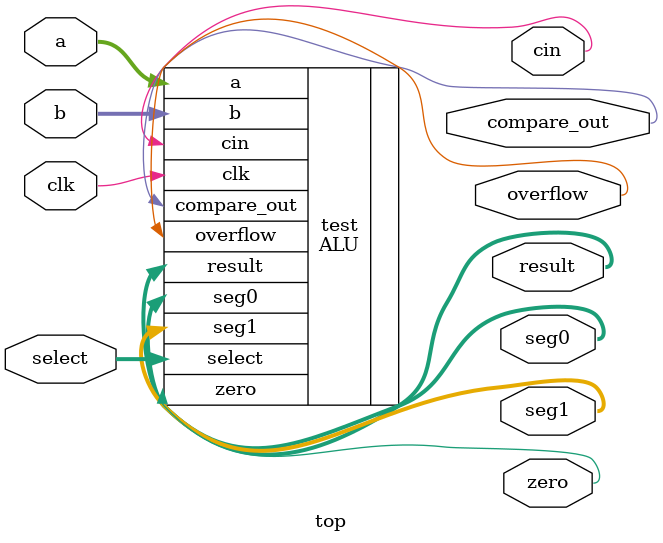
<source format=v>
module top(
    input  clk,
    input [2:0] select,
    input [3:0] a,b,
    output reg [3:0] result,
    output reg zero,
    output reg cin,
    output reg overflow,
    output reg compare_out,
    output reg [6:0] seg0,seg1
);


ALU test(.clk(clk),.select(select),.a(a),.b(b),.result(result),.zero(zero),.cin(cin),.overflow(overflow),.compare_out(compare_out),.seg0(seg0),.seg1(seg1));    

always @(result) begin
    $display("a=%d, b=%d ,result=%d,zero=%d,cin=%d,overflow=%d,compare_out=%d,",a,b,result,zero,cin,overflow,compare_out);
end

//成功实现功能，但数码管我只设置了0~13
//引脚对应select (BTNL,BTNC,BTNR) ，zero LD0，compare_out LD1，cin LD2，overflow LD3 

endmodule
</source>
